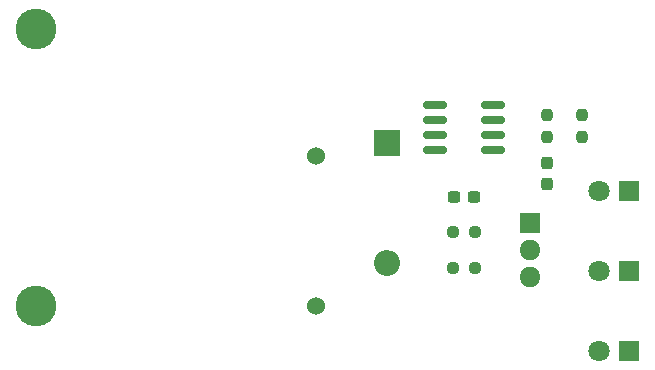
<source format=gts>
%TF.GenerationSoftware,KiCad,Pcbnew,8.0.2*%
%TF.CreationDate,2024-06-08T15:24:55-07:00*%
%TF.ProjectId,heart,68656172-742e-46b6-9963-61645f706362,rev?*%
%TF.SameCoordinates,Original*%
%TF.FileFunction,Soldermask,Top*%
%TF.FilePolarity,Negative*%
%FSLAX46Y46*%
G04 Gerber Fmt 4.6, Leading zero omitted, Abs format (unit mm)*
G04 Created by KiCad (PCBNEW 8.0.2) date 2024-06-08 15:24:55*
%MOMM*%
%LPD*%
G01*
G04 APERTURE LIST*
G04 Aperture macros list*
%AMRoundRect*
0 Rectangle with rounded corners*
0 $1 Rounding radius*
0 $2 $3 $4 $5 $6 $7 $8 $9 X,Y pos of 4 corners*
0 Add a 4 corners polygon primitive as box body*
4,1,4,$2,$3,$4,$5,$6,$7,$8,$9,$2,$3,0*
0 Add four circle primitives for the rounded corners*
1,1,$1+$1,$2,$3*
1,1,$1+$1,$4,$5*
1,1,$1+$1,$6,$7*
1,1,$1+$1,$8,$9*
0 Add four rect primitives between the rounded corners*
20,1,$1+$1,$2,$3,$4,$5,0*
20,1,$1+$1,$4,$5,$6,$7,0*
20,1,$1+$1,$6,$7,$8,$9,0*
20,1,$1+$1,$8,$9,$2,$3,0*%
G04 Aperture macros list end*
%ADD10R,1.800000X1.800000*%
%ADD11C,1.800000*%
%ADD12RoundRect,0.150000X-0.825000X-0.150000X0.825000X-0.150000X0.825000X0.150000X-0.825000X0.150000X0*%
%ADD13RoundRect,0.237500X0.250000X0.237500X-0.250000X0.237500X-0.250000X-0.237500X0.250000X-0.237500X0*%
%ADD14RoundRect,0.237500X-0.250000X-0.237500X0.250000X-0.237500X0.250000X0.237500X-0.250000X0.237500X0*%
%ADD15RoundRect,0.237500X-0.237500X0.250000X-0.237500X-0.250000X0.237500X-0.250000X0.237500X0.250000X0*%
%ADD16RoundRect,0.237500X0.237500X-0.250000X0.237500X0.250000X-0.237500X0.250000X-0.237500X-0.250000X0*%
%ADD17O,1.800000X1.710000*%
%ADD18R,1.800000X1.710000*%
%ADD19R,2.200000X2.200000*%
%ADD20O,2.200000X2.200000*%
%ADD21RoundRect,0.237500X-0.300000X-0.237500X0.300000X-0.237500X0.300000X0.237500X-0.300000X0.237500X0*%
%ADD22RoundRect,0.237500X0.237500X-0.300000X0.237500X0.300000X-0.237500X0.300000X-0.237500X-0.300000X0*%
%ADD23C,3.454400*%
%ADD24C,1.524000*%
G04 APERTURE END LIST*
D10*
%TO.C,D4*%
X169000000Y-118000000D03*
D11*
X166460000Y-118000000D03*
%TD*%
D10*
%TO.C,D3*%
X169000000Y-124750000D03*
D11*
X166460000Y-124750000D03*
%TD*%
D10*
%TO.C,D2*%
X169000000Y-131500000D03*
D11*
X166460000Y-131500000D03*
%TD*%
D12*
%TO.C,U1*%
X157500000Y-110690000D03*
X157500000Y-111960000D03*
X157500000Y-113230000D03*
X157500000Y-114500000D03*
X152550000Y-114500000D03*
X152550000Y-113230000D03*
X152550000Y-111960000D03*
X152550000Y-110690000D03*
%TD*%
D13*
%TO.C,R4*%
X155912500Y-121500000D03*
X154087500Y-121500000D03*
%TD*%
D14*
%TO.C,R3*%
X154087500Y-124500000D03*
X155912500Y-124500000D03*
%TD*%
D15*
%TO.C,R2*%
X162000000Y-111587500D03*
X162000000Y-113412500D03*
%TD*%
D16*
%TO.C,R1*%
X165000000Y-113412500D03*
X165000000Y-111587500D03*
%TD*%
D17*
%TO.C,Q1*%
X160625000Y-125285000D03*
X160625000Y-123005000D03*
D18*
X160625000Y-120725000D03*
%TD*%
D19*
%TO.C,D1*%
X148500000Y-113920000D03*
D20*
X148500000Y-124080000D03*
%TD*%
D21*
%TO.C,C2*%
X155862500Y-118500000D03*
X154137500Y-118500000D03*
%TD*%
D22*
%TO.C,C1*%
X162000000Y-117362500D03*
X162000000Y-115637500D03*
%TD*%
D23*
%TO.C,BT1*%
X118776400Y-104255000D03*
X118776400Y-127750000D03*
D24*
X142500000Y-115050000D03*
X142500000Y-127750000D03*
%TD*%
M02*

</source>
